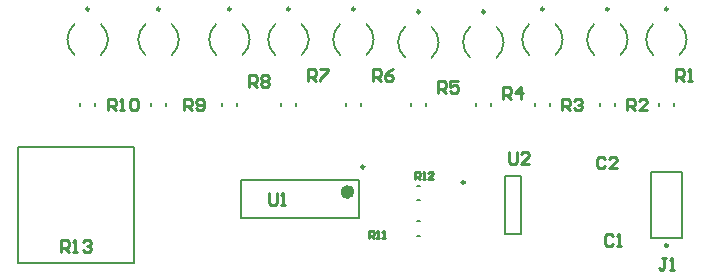
<source format=gto>
G04*
G04 #@! TF.GenerationSoftware,Altium Limited,Altium Designer,24.5.2 (23)*
G04*
G04 Layer_Color=65535*
%FSLAX44Y44*%
%MOMM*%
G71*
G04*
G04 #@! TF.SameCoordinates,DE00AD7B-9573-4419-8703-1480E7219BD1*
G04*
G04*
G04 #@! TF.FilePolarity,Positive*
G04*
G01*
G75*
%ADD10C,0.2500*%
%ADD11C,0.2000*%
%ADD12C,0.6000*%
%ADD13C,0.2540*%
D10*
X399268Y79050D02*
G03*
X399268Y79050I-1250J0D01*
G01*
X571250Y25750D02*
G03*
X571250Y25750I-1250J0D01*
G01*
X141250Y225750D02*
G03*
X141250Y225750I-1250J0D01*
G01*
X314200Y92250D02*
G03*
X314200Y92250I-1250J0D01*
G01*
X571250Y225750D02*
G03*
X571250Y225750I-1250J0D01*
G01*
X416250Y223450D02*
G03*
X416250Y223450I-1250J0D01*
G01*
X521250Y225750D02*
G03*
X521250Y225750I-1250J0D01*
G01*
X466250D02*
G03*
X466250Y225750I-1250J0D01*
G01*
X361250Y223450D02*
G03*
X361250Y223450I-1250J0D01*
G01*
X306250Y225750D02*
G03*
X306250Y225750I-1250J0D01*
G01*
X251250D02*
G03*
X251250Y225750I-1250J0D01*
G01*
X201250D02*
G03*
X201250Y225750I-1250J0D01*
G01*
X81250D02*
G03*
X81250Y225750I-1250J0D01*
G01*
D11*
X151200Y187000D02*
G03*
X151200Y213000I-11186J13000D01*
G01*
X128800D02*
G03*
X128800Y187000I11186J-13000D01*
G01*
X581200D02*
G03*
X581200Y213000I-11186J13000D01*
G01*
X558800D02*
G03*
X558800Y187000I11186J-13000D01*
G01*
X426200Y184700D02*
G03*
X426200Y210700I-11186J13000D01*
G01*
X403800D02*
G03*
X403800Y184700I11186J-13000D01*
G01*
X508800Y213000D02*
G03*
X508800Y187000I11186J-13000D01*
G01*
X531200D02*
G03*
X531200Y213000I-11186J13000D01*
G01*
X453800D02*
G03*
X453800Y187000I11186J-13000D01*
G01*
X476200D02*
G03*
X476200Y213000I-11186J13000D01*
G01*
X348800Y210700D02*
G03*
X348800Y184700I11186J-13000D01*
G01*
X371200D02*
G03*
X371200Y210700I-11186J13000D01*
G01*
X293800Y213000D02*
G03*
X293800Y187000I11186J-13000D01*
G01*
X316200D02*
G03*
X316200Y213000I-11186J13000D01*
G01*
X238800D02*
G03*
X238800Y187000I11186J-13000D01*
G01*
X261200D02*
G03*
X261200Y213000I-11186J13000D01*
G01*
X188800D02*
G03*
X188800Y187000I11186J-13000D01*
G01*
X211200D02*
G03*
X211200Y213000I-11186J13000D01*
G01*
X68800D02*
G03*
X68800Y187000I11186J-13000D01*
G01*
X91200D02*
G03*
X91200Y213000I-11186J13000D01*
G01*
X433210Y84525D02*
X446790D01*
Y35475D02*
Y84525D01*
X433210Y35475D02*
X446790D01*
X433210D02*
Y84525D01*
X556800Y32100D02*
X583200D01*
Y87900D01*
X556800D02*
X583200D01*
X556800Y32100D02*
Y87900D01*
X359000Y76250D02*
X361000D01*
X359000Y63750D02*
X361000D01*
X359000Y46250D02*
X361000D01*
X359000Y33750D02*
X361000D01*
X563750Y144000D02*
Y146000D01*
X576250Y144000D02*
Y146000D01*
X513750Y144000D02*
Y146000D01*
X526250Y144000D02*
Y146000D01*
X458750Y144000D02*
Y146000D01*
X471250Y144000D02*
Y146000D01*
X408750Y144000D02*
Y146000D01*
X421250Y144000D02*
Y146000D01*
X353750Y144000D02*
Y146000D01*
X366250Y144000D02*
Y146000D01*
X298750Y144000D02*
Y146000D01*
X311250Y144000D02*
Y146000D01*
X243750Y144000D02*
Y146000D01*
X256250Y144000D02*
Y146000D01*
X193750Y144000D02*
Y146000D01*
X206250Y144000D02*
Y146000D01*
X133750Y144000D02*
Y146000D01*
X146250Y144000D02*
Y146000D01*
X73750Y144000D02*
Y146000D01*
X86250Y144000D02*
Y146000D01*
X210000Y49000D02*
Y81000D01*
X310000Y49000D02*
Y81000D01*
X210000Y49000D02*
X310000D01*
X210000Y81000D02*
X310000D01*
X21100Y11100D02*
X118900D01*
X21100D02*
Y108900D01*
X118900D01*
Y11100D02*
Y108900D01*
D12*
X303000Y71000D02*
G03*
X303000Y71000I-3000J0D01*
G01*
D13*
X436669Y104998D02*
Y96668D01*
X438335Y95002D01*
X441668D01*
X443334Y96668D01*
Y104998D01*
X453331Y95002D02*
X446666D01*
X453331Y101666D01*
Y103332D01*
X451665Y104998D01*
X448332D01*
X446666Y103332D01*
X570000Y14998D02*
X566668D01*
X568334D01*
Y6668D01*
X566668Y5002D01*
X565002D01*
X563335Y6668D01*
X573332Y5002D02*
X576665D01*
X574998D01*
Y14998D01*
X573332Y13332D01*
X525000Y33332D02*
X523334Y34998D01*
X520002D01*
X518335Y33332D01*
Y26668D01*
X520002Y25002D01*
X523334D01*
X525000Y26668D01*
X528332Y25002D02*
X531665D01*
X529998D01*
Y34998D01*
X528332Y33332D01*
X357503Y82001D02*
Y87999D01*
X360502D01*
X361501Y86999D01*
Y85000D01*
X360502Y84000D01*
X357503D01*
X359502D02*
X361501Y82001D01*
X363501D02*
X365500D01*
X364500D01*
Y87999D01*
X363501Y86999D01*
X372498Y82001D02*
X368499D01*
X372498Y86000D01*
Y86999D01*
X371498Y87999D01*
X369498D01*
X368499Y86999D01*
X318502Y32001D02*
Y37999D01*
X321501D01*
X322501Y36999D01*
Y35000D01*
X321501Y34000D01*
X318502D01*
X320502D02*
X322501Y32001D01*
X324500D02*
X326500D01*
X325500D01*
Y37999D01*
X324500Y36999D01*
X329499Y32001D02*
X331498D01*
X330498D01*
Y37999D01*
X329499Y36999D01*
X578335Y165002D02*
Y174998D01*
X583334D01*
X585000Y173332D01*
Y170000D01*
X583334Y168334D01*
X578335D01*
X581668D02*
X585000Y165002D01*
X588332D02*
X591665D01*
X589998D01*
Y174998D01*
X588332Y173332D01*
X536669Y140002D02*
Y149998D01*
X541668D01*
X543334Y148332D01*
Y145000D01*
X541668Y143334D01*
X536669D01*
X540002D02*
X543334Y140002D01*
X553331D02*
X546666D01*
X553331Y146666D01*
Y148332D01*
X551665Y149998D01*
X548332D01*
X546666Y148332D01*
X481669Y140002D02*
Y149998D01*
X486668D01*
X488334Y148332D01*
Y145000D01*
X486668Y143334D01*
X481669D01*
X485002D02*
X488334Y140002D01*
X491666Y148332D02*
X493332Y149998D01*
X496665D01*
X498331Y148332D01*
Y146666D01*
X496665Y145000D01*
X494998D01*
X496665D01*
X498331Y143334D01*
Y141668D01*
X496665Y140002D01*
X493332D01*
X491666Y141668D01*
X431669Y150002D02*
Y159998D01*
X436668D01*
X438334Y158332D01*
Y155000D01*
X436668Y153334D01*
X431669D01*
X435002D02*
X438334Y150002D01*
X446665D02*
Y159998D01*
X441666Y155000D01*
X448331D01*
X376669Y155002D02*
Y164998D01*
X381668D01*
X383334Y163332D01*
Y160000D01*
X381668Y158334D01*
X376669D01*
X380002D02*
X383334Y155002D01*
X393331Y164998D02*
X386666D01*
Y160000D01*
X389998Y161666D01*
X391665D01*
X393331Y160000D01*
Y156668D01*
X391665Y155002D01*
X388332D01*
X386666Y156668D01*
X321669Y165002D02*
Y174998D01*
X326668D01*
X328334Y173332D01*
Y170000D01*
X326668Y168334D01*
X321669D01*
X325002D02*
X328334Y165002D01*
X338331Y174998D02*
X334998Y173332D01*
X331666Y170000D01*
Y166668D01*
X333332Y165002D01*
X336665D01*
X338331Y166668D01*
Y168334D01*
X336665Y170000D01*
X331666D01*
X266669Y165002D02*
Y174998D01*
X271668D01*
X273334Y173332D01*
Y170000D01*
X271668Y168334D01*
X266669D01*
X270002D02*
X273334Y165002D01*
X276666Y174998D02*
X283331D01*
Y173332D01*
X276666Y166668D01*
Y165002D01*
X216669Y160002D02*
Y169998D01*
X221668D01*
X223334Y168332D01*
Y165000D01*
X221668Y163334D01*
X216669D01*
X220002D02*
X223334Y160002D01*
X226666Y168332D02*
X228332Y169998D01*
X231665D01*
X233331Y168332D01*
Y166666D01*
X231665Y165000D01*
X233331Y163334D01*
Y161668D01*
X231665Y160002D01*
X228332D01*
X226666Y161668D01*
Y163334D01*
X228332Y165000D01*
X226666Y166666D01*
Y168332D01*
X228332Y165000D02*
X231665D01*
X161669Y140002D02*
Y149998D01*
X166668D01*
X168334Y148332D01*
Y145000D01*
X166668Y143334D01*
X161669D01*
X165002D02*
X168334Y140002D01*
X171666Y141668D02*
X173332Y140002D01*
X176665D01*
X178331Y141668D01*
Y148332D01*
X176665Y149998D01*
X173332D01*
X171666Y148332D01*
Y146666D01*
X173332Y145000D01*
X178331D01*
X97504Y140002D02*
Y149998D01*
X102502D01*
X104169Y148332D01*
Y145000D01*
X102502Y143334D01*
X97504D01*
X100836D02*
X104169Y140002D01*
X107501D02*
X110833D01*
X109167D01*
Y149998D01*
X107501Y148332D01*
X115831D02*
X117498Y149998D01*
X120830D01*
X122496Y148332D01*
Y141668D01*
X120830Y140002D01*
X117498D01*
X115831Y141668D01*
Y148332D01*
X233335Y69998D02*
Y61668D01*
X235002Y60002D01*
X238334D01*
X240000Y61668D01*
Y69998D01*
X243332Y60002D02*
X246665D01*
X244998D01*
Y69998D01*
X243332Y68332D01*
X57504Y20002D02*
Y29998D01*
X62502D01*
X64169Y28332D01*
Y25000D01*
X62502Y23334D01*
X57504D01*
X60836D02*
X64169Y20002D01*
X67501D02*
X70833D01*
X69167D01*
Y29998D01*
X67501Y28332D01*
X75831D02*
X77498Y29998D01*
X80830D01*
X82496Y28332D01*
Y26666D01*
X80830Y25000D01*
X79164D01*
X80830D01*
X82496Y23334D01*
Y21668D01*
X80830Y20002D01*
X77498D01*
X75831Y21668D01*
X517952Y99185D02*
X516286Y100851D01*
X512954D01*
X511288Y99185D01*
Y92520D01*
X512954Y90854D01*
X516286D01*
X517952Y92520D01*
X527949Y90854D02*
X521285D01*
X527949Y97519D01*
Y99185D01*
X526283Y100851D01*
X522951D01*
X521285Y99185D01*
M02*

</source>
